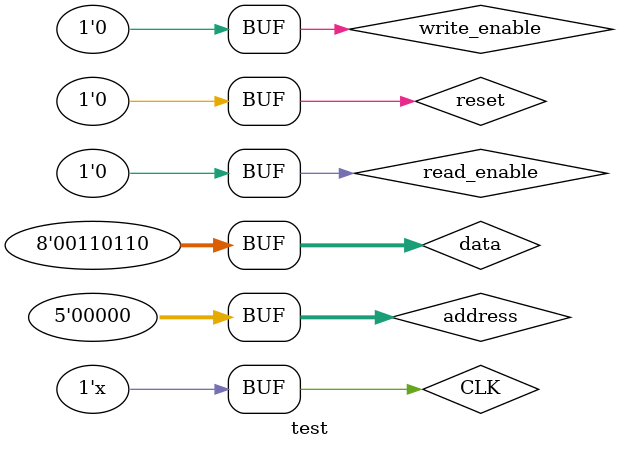
<source format=v>
`timescale 1ns / 1ps


module not_gate_test();
    reg in;
    wire out;
    not_gate NOT(in,out);
    initial begin
    in = 0; #500;
    in = 1; #500;
    end
endmodule
module tri_state_buffer_test();
    reg [7:0] in;
    reg enable;
    wire [7:0] out;
    
    tri_state_buffer B(in,enable,out);
    
    initial begin
    in = 8'd10; enable = 0; #250;
    in = 8'd10; enable = 0; #250;
    in = 8'd10; enable = 1; #250;
    in = 8'd20; enable = 1; #250;
    
    end
    
    endmodule
    
module part1_test();
    reg [7:0] data1;
    reg [7:0] data2;
    reg select;
    wire [7:0] out;
    part1 P1(data1,data2,select,out);
    initial begin
    data1 = 8'd21; data2 = 8'd10; select = 1; #500;
    data1 = 8'd21; data2 = 8'd10; select = 0; #500;
    end
endmodule

module part2_test();
    reg [7:0] data1;
    reg [7:0] data2;
    reg select;
    wire [7:0] out1;
    wire [7:0] out2;
    part2 P2(data1,data2,select,out1,out2);
    initial begin
    data1 = 8'd21; data2 = 8'd10; select = 1; #500;
    data1 = 8'd21; data2 = 8'd10; select = 0; #500;
    end
endmodule


module part3_test();
    reg [7:0] data;
    reg reset,line_select,read_enable,write_enable,CLK;
    wire [7:0] out;
    part3 P3(data,reset,line_select,read_enable,write_enable,CLK,out);
   
    always #50 CLK = ~CLK;
    initial begin
    CLK=0; data = 8'd0; line_select = 0; read_enable = 0; write_enable = 0;
    reset = 1; #50;
    reset = 0; #50; //reseting
    
    data = 8'd20; line_select = 1; read_enable = 0; write_enable = 1; #50;
    data = 8'd20; line_select = 1; read_enable = 0; write_enable = 1; #50;
    //line select and write enable is hihg -> writing data
    
    line_select = 1; read_enable = 1; write_enable = 0; #50;
    line_select = 1; read_enable = 1; write_enable = 0; #50;
    //line select and write enable is high -> reading data
    
    
    line_select = 0; read_enable = 0; write_enable = 0; #50;
    line_select = 0; read_enable = 0; write_enable = 0; #50;
    //line select and read enable is low-> output zzzz
     
    reset = 1; #50;
    reset = 0; #50;
    //reseting
    
    
    line_select = 1; read_enable = 1; write_enable = 0; #50;
    line_select = 1; read_enable = 1; write_enable = 0; #50;
    //line select and write enable is high -> reading data
    
    data = 8'd0;reset=0; line_select = 0; read_enable = 0; write_enable = 0;
    end
endmodule

module part4_test();


reg [7:0] data;
reg [2:0] address;
reg chip_select;
reg reset;
reg read_enable;
reg write_enable;
reg CLK;
wire [7:0] out;

part4 P4(data,address,chip_select,reset,read_enable,write_enable,CLK,out);
always #10 CLK = ~CLK;
initial begin

CLK = 0; data = 8'd0; address = 3'd0; chip_select = 0; read_enable = 0; write_enable = 0;
reset = 1; #10;
reset = 0; #10;
//resetting

data = 8'd8; address = 3'd0; chip_select = 1;write_enable = 1; #20;//selecting and writing 8 to 0

data = 8'd4; address = 3'd1; chip_select = 1;write_enable = 1; #20;//selecting and writing 4 to 1

data = 8'd32; address = 3'd2; chip_select = 1;write_enable = 1; #20;//selecting and writing 32 to 2

data = 8'd16; address = 3'd3; chip_select = 1; write_enable = 1; #20;//selecting and writing 16 to 3

data = 8'd45; address = 3'd4; chip_select = 1; write_enable = 1; #20;//selecting and writing 45 to 4

data = 8'd13; address = 3'd5; chip_select = 1; write_enable = 1; #20;//selecting and writing 13 to 5

data = 8'd24; address = 3'd6; chip_select = 1; write_enable = 1; #20;//selecting and writing 24 to 6


data = 8'd20;address = 3'd7; chip_select = 1; write_enable = 1; #20;//selecting writing 30 to 7


write_enable = 0; data = 8'd0;


address = 3'd0; chip_select = 1; read_enable = 1; #20;//selcting and reading 0;

address = 3'd1; chip_select = 1; read_enable = 1; #20; //selcting reading 1;

address = 3'd2; chip_select = 1; read_enable = 1; #20; //selecting and reading 2;

address = 3'd3; chip_select = 1;read_enable = 1; #20;  //selecting and reading 3;

address = 3'd4; chip_select = 1; read_enable = 1; #20;  //selecting and reading 4;

address = 3'd5; chip_select = 1; read_enable = 1; #20;  //selecting and reading 5;

address = 3'd6; chip_select = 1; read_enable = 1; #20;  //selecting and reading 6;

address = 3'd7; chip_select = 1; read_enable = 1; #20;  //selecting and reading 7;

reset = 1; #10;
reset = 0; #10;
//resetting

address = 3'd0; chip_select = 1; read_enable = 1; #20;//selcting and reading 0;

address = 3'd1; chip_select = 1; read_enable = 1; #20; //selcting reading 1;

address = 3'd2; chip_select = 1; read_enable = 1; #20; //selecting and reading 2;

address = 3'd3; chip_select = 1;read_enable = 1; #20;  //selecting and reading 3;

address = 3'd4; chip_select = 1; read_enable = 1; #20;  //selecting and reading 4;

address = 3'd5; chip_select = 1; read_enable = 1; #20;  //selecting and reading 5;

address = 3'd6; chip_select = 1; read_enable = 1; #20;  //selecting and reading 6;

address = 3'd7; chip_select = 1; read_enable = 1; #20;  //selecting and reading 7;

end

endmodule

module part5_test();
reg [7:0] data;
reg [4:0] address;
reg reset;
reg read_enable;
reg write_enable;
reg CLK;
wire [7:0] out;

part5 P5(data,address,reset,read_enable,write_enable,CLK,out);

always #50 CLK = ~CLK;
initial begin
CLK = 0; data= 8'd0; address = 5'd00; write_enable = 0; read_enable = 0;
reset = 1; #50;
reset = 0; #50;

data = 8'd25; address = 5'd30; write_enable = 1;#100;

data = 8'd15; address = 5'd20; write_enable = 1;#100;

write_enable = 0;
address = 5'd12; read_enable = 1;#100;

read_enable = 0;
data = 8'd18; address = 5'd10; write_enable = 1;#100;


write_enable = 0;
address = 5'd15; read_enable = 1;#100;
write_enable = 0;
address = 5'd30; read_enable = 1;#100;
write_enable = 0;
address = 5'd10; read_enable = 1;#100;

read_enable = 0;address = 5'd0;


end
endmodule

module part6_test();
reg [31:0] data;
reg [4:0] address;
reg reset;
reg read_enable;
reg write_enable;
reg CLK;
wire [31:0] out;

part6 P6(data,address,reset,read_enable,write_enable,CLK,out);

always #50 CLK = ~CLK;
initial begin
CLK = 0; data = 32'd0; address = 5'd0; write_enable = 0; read_enable=0;
reset = 1; #50;
reset = 0; #50;

data = 32'd23030; address = 5'd00; write_enable = 1;#100;

data = 32'd223030; address = 5'd20; write_enable = 1;#100;

data = 32'd2254030; address = 5'd80; write_enable = 1;#100;

write_enable = 0;#50;

address = 5'd00; read_enable = 1; #100;
address = 5'd20; read_enable = 1; #100;
address = 5'd80; read_enable = 1; #100;
address = 5'd100; read_enable = 1; #100;

read_enable = 0; address = 5'd0;

end
endmodule

module test();
reg [7:0] data;
reg [4:0] address;
reg reset;
reg read_enable;
reg write_enable;
reg CLK;
wire [7:0] out;

part5 P5(data,address,reset,read_enable,write_enable,CLK,out);

always #50 CLK = ~CLK;
initial begin
CLK = 0; data= 8'd0; address = 5'd00; write_enable = 0; read_enable = 0;
reset = 1; #50;
reset = 0; #50;

data = 8'd25; address = 5'd25; write_enable = 1;#100;

data = 8'd15; address = 5'd20; write_enable = 1;#100;

data = 8'd54; address = 5'd80; write_enable = 1;#100;

write_enable = 0; #100;
address = 5'd0; read_enable = 1;#100;
address = 5'd20; read_enable = 1;#100;
address = 5'd80; read_enable = 1;#100;
address = 5'd25; read_enable = 1;#100;




read_enable = 0;address = 5'd0;


end
endmodule
</source>
